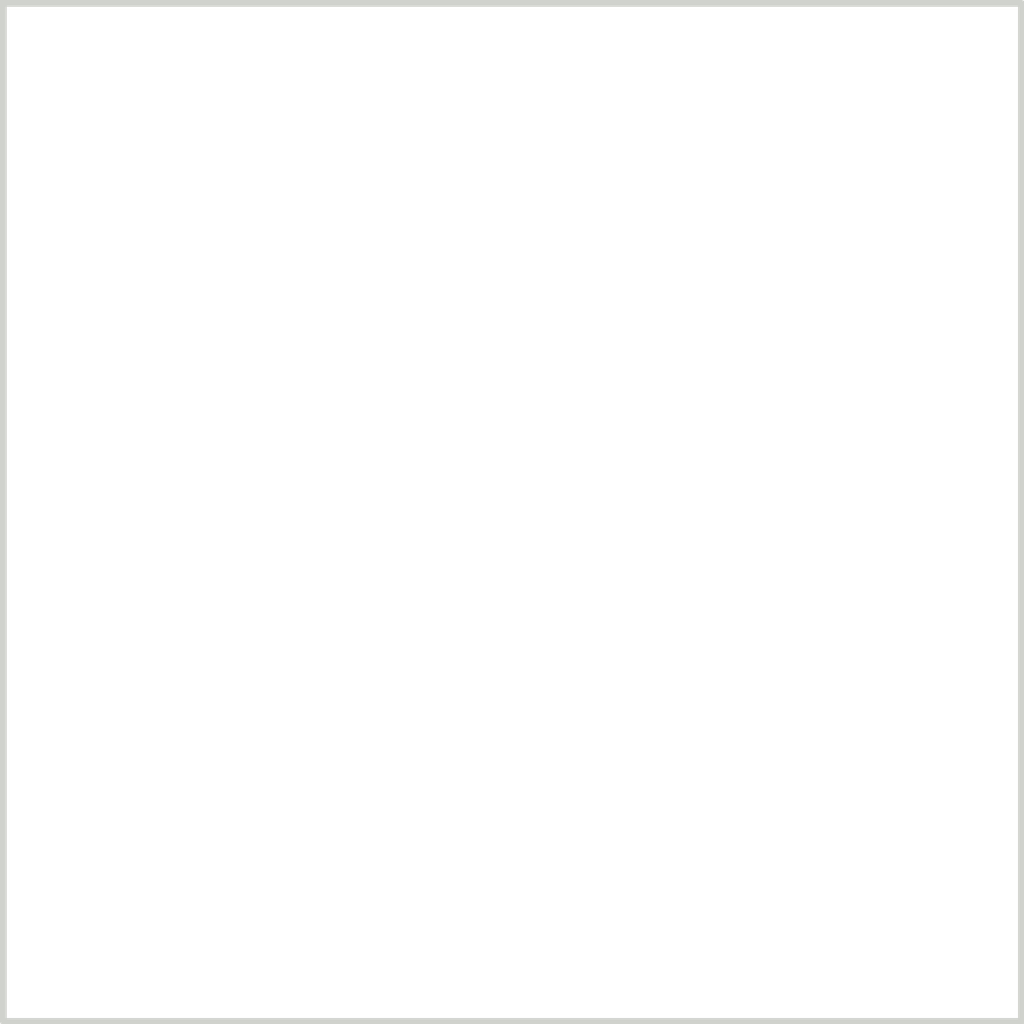
<source format=kicad_pcb>
(kicad_pcb
	(version 20240108)
	(generator "pcbnew")
	(generator_version "8.0")
	(general
		(thickness 1.6)
		(legacy_teardrops no)
	)
	(paper "A4")
	(layers
		(0 "F.Cu" signal)
		(31 "B.Cu" signal)
		(32 "B.Adhes" user "B.Adhesive")
		(33 "F.Adhes" user "F.Adhesive")
		(34 "B.Paste" user)
		(35 "F.Paste" user)
		(36 "B.SilkS" user "B.Silkscreen")
		(37 "F.SilkS" user "F.Silkscreen")
		(38 "B.Mask" user)
		(39 "F.Mask" user)
		(40 "Dwgs.User" user "User.Drawings")
		(41 "Cmts.User" user "User.Comments")
		(42 "Eco1.User" user "User.Eco1")
		(43 "Eco2.User" user "User.Eco2")
		(44 "Edge.Cuts" user)
		(45 "Margin" user)
		(46 "B.CrtYd" user "B.Courtyard")
		(47 "F.CrtYd" user "F.Courtyard")
		(48 "B.Fab" user)
		(49 "F.Fab" user)
		(50 "User.1" user)
		(51 "User.2" user)
		(52 "User.3" user)
		(53 "User.4" user)
		(54 "User.5" user)
		(55 "User.6" user)
		(56 "User.7" user)
		(57 "User.8" user)
		(58 "User.9" user)
	)
	(setup
		(pad_to_mask_clearance 0)
		(allow_soldermask_bridges_in_footprints no)
		(pcbplotparams
			(layerselection 0x00010fc_ffffffff)
			(plot_on_all_layers_selection 0x0000000_00000000)
			(disableapertmacros no)
			(usegerberextensions no)
			(usegerberattributes yes)
			(usegerberadvancedattributes yes)
			(creategerberjobfile yes)
			(dashed_line_dash_ratio 12.000000)
			(dashed_line_gap_ratio 3.000000)
			(svgprecision 4)
			(plotframeref no)
			(viasonmask no)
			(mode 1)
			(useauxorigin no)
			(hpglpennumber 1)
			(hpglpenspeed 20)
			(hpglpendiameter 15.000000)
			(pdf_front_fp_property_popups yes)
			(pdf_back_fp_property_popups yes)
			(dxfpolygonmode yes)
			(dxfimperialunits yes)
			(dxfusepcbnewfont yes)
			(psnegative no)
			(psa4output no)
			(plotreference yes)
			(plotvalue yes)
			(plotfptext yes)
			(plotinvisibletext no)
			(sketchpadsonfab no)
			(subtractmaskfromsilk no)
			(outputformat 1)
			(mirror no)
			(drillshape 1)
			(scaleselection 1)
			(outputdirectory "")
		)
	)
	(net 0 "")
	(gr_rect
		(start 20 20)
		(end 50 50)
		(stroke
			(width 0.2)
			(type default)
		)
		(fill none)
		(layer "Edge.Cuts")
		(uuid "09cbd760-1a28-48b4-8316-7ad239ca5e80")
	)
)

</source>
